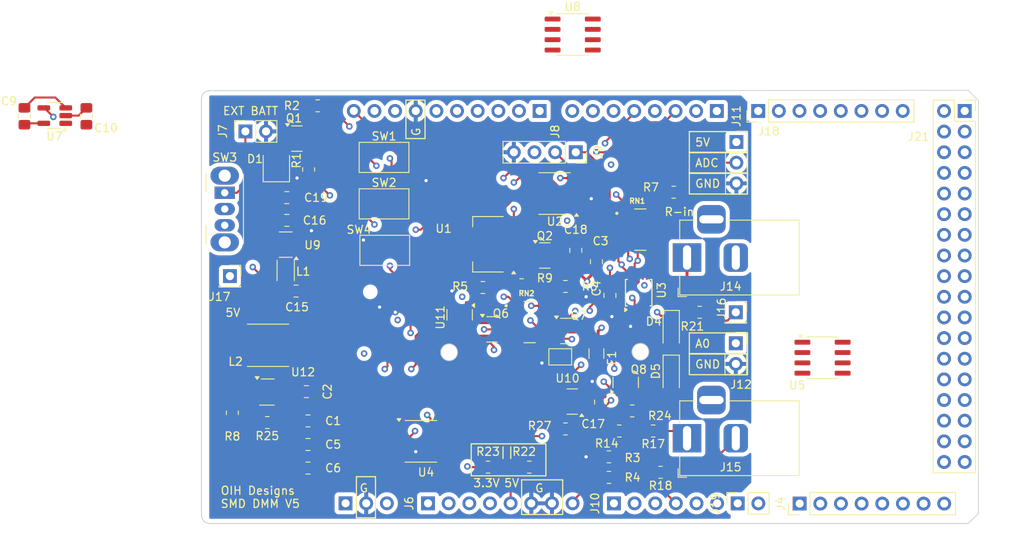
<source format=kicad_pcb>
(kicad_pcb (version 20241229) (generator "pcbnew") (generator_version "9.0")
  (layers (0 "F.Cu" signal) (4 "In1.Cu" signal) (6 "In2.Cu" signal) (2 "B.Cu" signal) (13 "F.Paste" user) (15 "B.Paste" user) (5 "F.SilkS" user "F.Silkscreen") (7 "B.SilkS" user "B.Silkscreen") (1 "F.Mask" user) (3 "B.Mask" user) (25 "Edge.Cuts" user))
  (net 0 "")
  (net 1 "GND")
  (net 2 "Resistor_Input")
  (net 3 "SDA")
  (net 4 "D6~")
  (net 5 "D7")
  (net 6 "+9V")
  (net 7 "SCL")
  (net 8 "V_Input_REF")
  (net 9 "V_Input_Float")
  (net 10 "ADS_ADDR")
  (net 11 "/R Circuit I Output")
  (net 12 "ADS_ALERT")
  (net 13 "A0{slash}D14")
  (net 14 "A2{slash}D16")
  (net 15 "D3~")
  (net 16 "VDD")
  (net 17 "I_Input")
  (net 18 "D10~")
  (net 19 "D9~")
  (net 20 "D5~ (IR)")
  (net 21 "A1{slash}D15")
  (net 32 "Net-(Q2-G)")
  (net 33 "Net-(U1-VO)")
  (net 36 "A3{slash}D17")
  (net 37 "Net-(D1-A)")
  (net 38 "Net-(F1-Pad1)")
  (net 39 "+BATT")
  (net 40 "CS")
  (net 41 "Net-(U7-C1-)")
  (net 42 "Net-(U7-C1+)")
  (net 43 "MISO")
  (net 44 "Net-(U9-SW)")
  (net 45 "XIAO 5V")
  (net 46 "XIAO Batt Pin")
  (net 47 "MOSI")
  (net 48 "CLK")
  (net 49 "SDA-5V")
  (net 50 "SCL-5V")
  (net 51 "/R into ADS")
  (net 52 "+VSW")
  (net 53 "/Uno5vPin")
  (net 54 "/Driver_U2_Out_B")
  (net 57 "/Driver_U4_Out_A")
  (net 58 "/Driver_U4_Out_B")
  (net 63 "+3V3")
  (net 64 "/ADC-1")
  (net 65 "/V Ref to ADS-0")
  (net 67 "Net-(U5A--)")
  (net 70 "/Driver_U4_In_B")
  (net 71 "Net-(Q1-B)")
  (net 72 "Net-(Q1-C)")
  (net 81 "Net-(J11-Pin_2)")
  (net 82 "Net-(U12-EN)")
  (net 83 "Net-(U12-SW)")
  (net 84 "Net-(Q8-D)")
  (net 85 "Net-(U12-FB)")
  (net 86 "A6")
  (net 87 "A7")
  (net 88 "CANRX")
  (net 89 "A10")
  (net 90 "A8")
  (net 91 "DAC0")
  (net 92 "A9")
  (net 93 "CANTX")
  (net 94 "DAC1")
  (net 95 "D14")
  (net 96 "D18")
  (net 97 "D16")
  (net 98 "D15")
  (net 99 "D17")
  (net 100 "SCL0")
  (net 101 "SDA0")
  (net 102 "D19")
  (footprint "Capacitor_SMD:C_0805_2012Metric_Pad1.18x1.45mm_HandSolder" (layer "F.Cu") (at 128.660305 73.49413 90)
    (property "Reference" "C4")
    (property "Value" "0.1uF")
  )
  (footprint "Capacitor_SMD:C_0805_2012Metric_Pad1.18x1.45mm_HandSolder" (layer "F.Cu") (at 91.514 91.829)
    (property "Reference" "C5")
    (property "Value" "1uF")
  )
  (footprint "Resistor_SMD:R_0805_2012Metric_Pad1.20x1.40mm_HandSolder" (layer "F.Cu") (at 128.54 95.88 180)
    (property "Reference" "R4")
    (property "Value" "100K")
  )
  (footprint "Inductor_SMD:L_Taiyo-Yuden_MD-5050" (layer "F.Cu") (at 86.614 79.629 180)
    (property "Reference" "L2")
    (property "Value" "22uH")
  )
  (footprint "Connector_PinSocket_2.54mm:PinSocket_1x01_P2.54mm_Vertical" (layer "F.Cu") (at 144.145 75.565)
    (property "Reference" "J16")
    (property "Value" "Conn_01x01_Socket")
  )
  (footprint "Connector_PinSocket_2.54mm:PinSocket_2x18_P2.54mm_Vertical" (layer "F.Cu") (at 172.301577 50.80003)
    (property "Reference" "J21")
    (property "Value" "Conn_02x18_Odd_Even")
  )
  (footprint "Resistor_SMD:R_0805_2012Metric_Pad1.20x1.40mm_HandSolder" (layer "F.Cu") (at 82.214 87.929 90)
    (property "Reference" "R8")
    (property "Value" "71.5k")
  )
  (footprint "Library:PinHeader_1x10_P2.54mm_Vertical_NoBox" (layer "F.Cu") (at 120.015 50.8 -90)
    (property "Reference" "J8")
    (property "Value" "DIGITAL2")
  )
  (footprint "Resistor_SMD:R_0805_2012Metric_Pad1.20x1.40mm_HandSolder" (layer "F.Cu") (at 123.19 89.916)
    (property "Reference" "R27")
    (property "Value" "4.7K")
  )
  (footprint "Package_TO_SOT_SMD:SOT-223-3_TabPin2" (layer "F.Cu") (at 113.69 67.19875 180)
    (property "Reference" "U1")
    (property "Value" "LM317_TO-220")
  )
  (footprint "Jumper:SolderJumper-2_P1.3mm_Bridged_Pad1.0x1.5mm" (layer "F.Cu") (at 122.55 81.05)
    (property "Reference" "JP6" (hide yes))
    (property "Value" "Jumper_2_Bridged")
  )
  (footprint "Package_SO:SOIC-8_3.9x4.9mm_P1.27mm" (layer "F.Cu") (at 154.813 81.153)
    (property "Reference" "U5")
    (property "Value" "Opamp_Dual")
  )
  (footprint "Capacitor_SMD:C_0805_2012Metric_Pad1.18x1.45mm_HandSolder" (layer "F.Cu") (at 88.9215 61.468)
    (property "Reference" "C19")
    (property "Value" "22uF")
  )
  (footprint "Resistor_SMD:R_0805_2012Metric_Pad1.20x1.40mm_HandSolder" (layer "F.Cu") (at 118.745 94.615 180)
    (property "Reference" "R22")
    (property "Value" "0")
  )
  (footprint "Connector_PinSocket_2.54mm:PinSocket_1x02_P2.54mm_Vertical" (layer "F.Cu") (at 144.377549 99.070425 90)
    (property "Reference" "J19")
    (property "Value" "Conn_01x02_Pin")
  )
  (footprint "Package_SO:TSSOP-10_3x3mm_P0.5mm" (layer "F.Cu") (at 132.200305 73.15913 90)
    (property "Reference" "U3")
    (property "Value" "ADS1115IDGS")
  )
  (footprint "Resistor_SMD:R_0805_2012Metric_Pad1.20x1.40mm_HandSolder" (layer "F.Cu") (at 134.89 95.25 180)
    (property "Reference" "R18")
    (property "Value" "499.0K")
  )
  (footprint "Library:PinHeader_1x06_P2.54mm_Vertical_NoBox" (layer "F.Cu") (at 129.151624 99.067665 90)
    (property "Reference" "J10")
    (property "Value" "ANALOG")
  )
  (footprint "Resistor_SMD:R_0805_2012Metric_Pad1.20x1.40mm_HandSolder" (layer "F.Cu") (at 129.81 90.17)
    (property "Reference" "R14")
    (property "Value" "15.0K")
  )
  (footprint "Package_TO_SOT_SMD:SOT-23" (layer "F.Cu") (at 124.0305 86.548 180)
    (property "Reference" "U10")
    (property "Value" "LM4040DBZ-2.5")
  )
  (footprint "Resistor_SMD:R_0805_2012Metric_Pad1.20x1.40mm_HandSolder" (layer "F.Cu") (at 86.514 89.129 180)
    (property "Reference" "R25")
    (property "Value" "732k")
  )
  (footprint "Resistor_SMD:R_0805_2012Metric_Pad1.20x1.40mm_HandSolder" (layer "F.Cu") (at 128.54 93.345)
    (property "Reference" "R3")
    (property "Value" "22K")
  )
  (footprint "Connector_PinSocket_2.54mm:PinSocket_1x03_P2.54mm_Vertical" (layer "F.Cu") (at 144.215 54.625)
    (property "Reference" "J11")
    (property "Value" "I_Input")
  )
  (footprint "Resistor_SMD:R_0805_2012Metric_Pad1.20x1.40mm_HandSolder" (layer "F.Cu") (at 113.03 72.51875)
    (property "Reference" "R5")
    (property "Value" "62.0")
  )
  (footprint "Resistor_SMD:R_0805_2012Metric_Pad1.20x1.40mm_HandSolder" (layer "F.Cu") (at 117.795 72.17875)
    (property "Reference" "R9")
    (property "Value" "22.0K")
  )
  (footprint "Button_Switch_SMD:SW_SPST_CK_RS282G05A3" (layer "F.Cu") (at 100.965 67.945 180)
    (property "Reference" "SW4")
    (property "Value" "SW_Push")
  )
  (footprint "Resistor_SMD:R_0805_2012Metric_Pad1.20x1.40mm_HandSolder" (layer "F.Cu") (at 91.6 58 -90)
    (property "Reference" "R1")
    (property "Value" "500")
  )
  (footprint "Library:RESCAXS127P508X320X70-8N" (layer "F.Cu") (at 118.782 76.77)
    (property "Reference" "RN2")
    (property "Value" "10k x4")
  )
  (footprint "Capacitor_SMD:C_0805_2012Metric_Pad1.18x1.45mm_HandSolder" (layer "F.Cu") (at 56.642 51.4565 -90)
    (property "Reference" "C9")
    (property "Value" "4.7uF")
  )
  (footprint "Resistor_SMD:R_0805_2012Metric_Pad1.20x1.40mm_HandSolder" (layer "F.Cu") (at 113.665 94.615 180)
    (property "Reference" "R23")
    (property "Value" "0")
  )
  (footprint "Button_Switch_SMD:SW_SPST_CK_RS282G05A3" (layer "F.Cu") (at 100.875 62.23)
    (property "Reference" "SW2")
    (property "Value" "SW_Push")
  )
  (footprint "Package_TO_SOT_SMD:SOT-23" (layer "F.Cu") (at 110.175 75.88 -90)
    (property "Reference" "U11")
    (property "Value" "LM4040DBZ-5")
  )
  (footprint "Button_Switch_SMD:SW_SPST_CK_RS282G05A3" (layer "F.Cu") (at 100.875 56.515)
    (property "Reference" "SW1")
    (property "Value" "SW_Push")
  )
  (footprint "Connector_PinSocket_2.54mm:PinSocket_1x02_P2.54mm_Vertical" (layer "F.Cu") (at 144.145 79.375)
    (property "Reference" "J12")
    (property "Value" "Conn_01x02_Pin")
  )
  (footprint "Resistor_SMD:R_0805_2012Metric_Pad1.20x1.40mm_HandSolder" (layer "F.Cu") (at 133.985 90.17 180)
    (property "Reference" "R17")
    (property "Value" "499.0K")
  )
  (footprint "Package_TO_SOT_SMD:SOT-23-5" (layer "F.Cu") (at 88.7785 67.244 180)
    (property "Reference" "U9")
    (property "Value" "TPS613222ADBV")
  )
  (footprint "Resistor_SMD:R_0805_2012Metric_Pad1.20x1.40mm_HandSolder" (layer "F.Cu") (at 136.5 60.8)
    (property "Reference" "R7")
    (property "Value" "0")
  )
  (footprint "Package_TO_SOT_SMD:SOT-23-5_HandSoldering" (layer "F.Cu") (at 60.372 51.374 180)
    (property "Reference" "U7")
    (property "Value" "MAX1683")
  )
  (footprint "Connector_PinHeader_2.54mm:PinHeader_1x08_P2.54mm_Vertical" (layer "F.Cu") (at 152 99.1 90)
    (property "Reference" "J4")
    (property "Value" "A_Extended")
  )
  (footprint "Connector_BarrelJack:BarrelJack_Horizontal" (layer "F.Cu") (at 138.145 91.06 180)
    (property "Reference" "J15")
    (property "Value" "Barrel_Jack")
  )
  (footprint "Connector_PinHeader_2.54mm:PinHeader_1x08_P2.54mm_Vertical" (layer "F.Cu") (at 146.9 50.8 90)
    (property "Reference" "J18")
    (property "Value" "DIOs_Extended")
  )
  (footprint "Capacitor_SMD:C_0805_2012Metric_Pad1.18x1.45mm_HandSolder" (layer "F.Cu") (at 91.514 88.929)
    (property "Reference" "C1")
    (property "Value" "1uF")
  )
  (footprint "Package_SO:SOIC-8_3.9x4.9mm_P1.27mm" (layer "F.Cu") (at 105.41 91.44)
    (property "Reference" "U4")
    (property "Value" "IX4426N")
  )
  (footprint "Connector_PinSocket_2.54mm:PinSocket_1x01_P2.54mm_Vertical" (layer "F.Cu") (at 81.915 71.12)
    (property "Reference" "J17")
    (property "Value" "Conn_01x01_Socket")
  )
  (footprint "Package_TO_SOT_SMD:SOT-23" (layer "F.Cu") (at 120.65 68.58)
    (property "Reference" "Q2")
    (property "Value" "AO3400A MOSFET")
  )
  (footprint "Diode_SMD:D_SOD-123" (layer "F.Cu") (at 136.2 77.7 -90)
    (property "Reference" "D4")
    (property "Value" "D_Schottky")
  )
  (footprint "Resistor_SMD:R_0805_2012Metric_Pad1.20x1.40mm_HandSolder" (layer "F.Cu") (at 123.19 72.39 180)
    (property "Reference" "R6")
    (property "Value" "330.0")
  )
  (footprint "Resistor_SMD:R_0805_2012Metric_Pad1.20x1.40mm_HandSolder" (layer "F.Cu") (at 131.4 87.7 180)
    (property "Reference" "R24")
    (property "Value" "1.0M")
  )
  (footprint "Capacitor_SMD:C_0805_2012Metric_Pad1.18x1.45mm_HandSolder" (layer "F.Cu") (at 64.262 51.4565 90)
    (property "Reference" "C10")
    (property "Value" "4.7uF")
  )
  (footprint "Package_TO_SOT_SMD:SOT-23" (layer "F.Cu") (at 114.1445 77.67)
    (property "Reference" "Q6")
    (property "Value" "BSS138")
  )
  (footprint "Resistor_SMD:R_0805_2012Metric_Pad1.20x1.40mm_HandSolder" (layer "F.Cu") (at 139.7 75.565)
    (property "Reference" "R21")
    (property "Value" "0")
  )
  (footprint "Package_TO_SOT_SMD:SOT-23" (layer "F.Cu") (at 90.1625 54.2)
    (property "Reference" "Q1")
    (property "Value" "MMBT3904" (hide yes))
  )
  (footprint "Library:PinHeader_1x08_P2.54mm_Vertical_NoBox" (layer "F.Cu") (at 106.287792 99.06511 90)
    (property "Reference" "J6")
    (property "Value" "POWER1")
  )
  (footprint "Fuse:Fuse_1206_3216Metric_Pad1.42x1.75mm_HandSolder" (layer "F.Cu") (at 127 80.645 -90)
    (property "Reference" "F1")
    (property "Value" "Fuse")
  )
  (footprint "Diode_SMD:D_SOD-123" (layer "F.Cu") (at 136.2 83.2 -90)
    (property "Reference" "D5")
    (property "Value" "D_Schottky")
  )
  (footprint "Capacitor_SMD:C_0805_2012Metric_Pad1.18x1.45mm_HandSolder" (layer "F.Cu") (at 91.514 94.729)
    (property "Reference" "C6")
    (property "Value" "1uF")
  )
  (footprint "Package_TO_SOT_SMD:SOT-23" (layer "F.Cu") (at 130.6 84.2 90)
    (property "Reference" "Q8")
    (property "Value" "AO3400A MOSFET")
  )
  (footprint "Capacitor_SMD:C_0805_2012Metric_Pad1.18x1.45mm_HandSolder" (layer "F.Cu") (at 124.46 67.945 90)
    (property "Reference" "C18")
    (property "Value" "1uF")
  )
  (footprint "Package_TO_SOT_SMD:SOT-23-6_Handsoldering" (layer "F.Cu") (at 86.464 85.379)
    (property "Reference" "U12")
    (property "Value" "TLV61046ADBVR")
  )
  (footprint "Library:PinHeader_1x08_P2.54mm_Vertical_NoBox" (layer "F.Cu") (at 141.809463 50.808987 -90)
    (property "Reference" "J13" (hide yes))
    (property "Value" "DIGITAL1")
  )
  (footprint "Connector_BarrelJack:BarrelJack_Horizontal" (layer "F.Cu") (at 138.145 68.835 180)
    (property "Reference" "J14")
    (property "Value" "Barrel_Jack")
  )
  (footprint "Capacitor_SMD:C_0805_2012Metric_Pad1.18x1.45mm_HandSolder" (layer "F.Cu") (at 127 69.342 90)
    (property "Reference" "C3")
    (property "Value" "2.2uF")
  )
  (footprint "Connector_PinSocket_2.54mm:PinSocket_1x02_P2.54mm_Vertical" (layer "F.Cu") (at 83.82 53.315 90)
    (property "Reference" "J7")
    (property "Value" "Conn_01x02_Pin")
  )
  (footprint "Resistor_SMD:R_0805_2012Metric_Pad1.20x1.40mm_HandSolder" (layer "F.Cu") (at 92.71 50.165 180)
    (property "Reference" "R2")
    (property "Value" "1K")
  )
  (footprint "Capacitor_SMD:C_0805_2012Metric_Pad1.18x1.45mm_HandSolder" (layer "F.Cu") (at 127.508 86.614 -90)
    (property "Reference" "C17")
    (property "Value" "0.1uF")
  )
  (footprint "Inductor_SMD:L_Murata_DFE201610P" (layer "F.Cu") (at 88.7785 70.419 90)
    (property "Reference" "L1")
    (property "Value" "2.2uH")
  )
  (footprint "Package_SO:SOIC-8_3.9x4.9mm_P1.27mm" (layer "F.Cu") (at 124.079 41.402)
    (property "Reference" "U8")
    (property "Value" "Opamp_Dual")
  )
  (footprint "Connector_PinSocket_2.54mm:PinSocket_1x04_P2.54mm_Vertical" (layer "F.Cu") (at 124.46 55.88 -90)
    (property "Reference" "J9")
    (property "Value" "Out to Screen")
  )
  (footprint "LED_SMD:LED_Luminus_MP-3030-1100_3.0x3.0mm" (layer "F.Cu") (at 87.63 57.89 90)
    (property "Reference" "D1")
    (property "Value" "LED")
  )
  (footprint "Package_TO_SOT_SMD:SOT-23" (layer "F.Cu") (at 123.2445 77.87)
    (property "Reference" "Q7")
    (property "Value" "BSS138")
  )
  (footprint "Capacitor_SMD:C_0805_2012Metric_Pad1.18x1.45mm_HandSolder" (layer "F.Cu") (at 90.0485 72.959)
    (property "Reference" "C15")
    (property "Value" "4.7uF")
  )
  (footprint "Button_Switch_THT:SW_Slide_SPDT_Angled_CK_OS102011MA1Q" (layer "F.Cu") (at 81.28 60.865 -90)
    (property "Reference" "SW3")
    (property "Value" "SW_SPDT")
  )
  (footprint "Capacitor_SMD:C_0805_2012Metric_Pad1.18x1.45mm_HandSolder" (layer "F.Cu") (at 91.314 85.329)
    (property "Reference" "C2")
    (property "Value" "4.7uF")
  )
  (footprint "Library:RESCAXS127P508X320X70-8N" (layer "F.Cu") (at 132.4 65.4)
    (property "Reference" "RN1")
    (property "Value" "1K x4")
  )
  (footprint "Library:PinHeader_1x03_P2.54mm_Vertical_NoBox" (layer "F.Cu") (at 96.143981 99.063151 90)
    (property "Reference" "J5" (hide yes))
    (property "Value" "POWER2")
  )
  (footprint "Package_SO:SOIC-8_3.9x4.9mm_P1.27mm" (layer "F.Cu") (at 121.855 60.96 180)
    (property "Reference" "U2")
    (property "Value" "IX4426N")
  )
  (footprint "Capacitor_SMD:C_0805_2012Metric_Pad1.18x1.45mm_HandSolder" (layer "F.Cu") (at 88.9215 64.262)
    (property "Reference" "C16")
    (property "Value" "22uF")
  )
  (gr_rect (start 138.43 78.105) (end 145.585 80.705) (stroke (width 0.15)) (fill no) (layer "F.SilkS"))
  (gr_rect (start 111.597402 91.752692) (end 120.786111 95.683458) (stroke (width 0.15)) (fill no) (layer "F.SilkS"))
  (gr_rect (start 103.567758 49.467044) (end 105.91855 54.201136) (stroke (width 0.15)) (fill no) (layer "F.SilkS"))
  (gr_rect (start 138.43 80.645) (end 145.585 83.245) (stroke (width 0.15)) (fill no) (layer "F.SilkS"))
  (gr_rect (start 117.800432 96.176612) (end 122.849754 100.44112) (stroke (width 0.15)) (fill no) (layer "F.SilkS"))
  (gr_rect (start 97.477467 95.788603) (end 99.825034 100.86181) (stroke (width 0.15)) (fill no) (layer "F.SilkS"))
  (gr_rect (start 138.43 53.34) (end 145.585 55.94) (stroke (width 0.15)) (fill no) (layer "F.SilkS"))
  (gr_rect (start 138.43 55.88) (end 145.585 58.48) (stroke (width 0.15)) (fill no) (layer "F.SilkS"))
  (gr_rect (start 138.43 58.42) (end 145.585 61.02) (stroke (width 0.15)) (fill no) (layer "F.SilkS"))
  (gr_line (start 172.72 48.26) (end 173.99 49.53) (stroke (width 0.1)) (layer "Edge.Cuts"))
  (gr_line (start 79.155572 48.342318) (end 79.409482 48.3) (stroke (width 0.12)) (layer "Edge.Cuts"))
  (gr_line (start 78.711229 48.596228) (end 78.922821 48.448114) (stroke (width 0.12)) (layer "Edge.Cuts"))
  (gr_line (start 78.922821 101.423045) (end 78.711229 101.253771) (stroke (width 0.12)) (layer "Edge.Cuts"))
  (gr_line (start 172.72 101.55) (end 173.99 100.33) (stroke (width 0.1)) (layer "Edge.Cuts"))
  (gr_line (start 79.409482 48.3) (end 142.24 48.3) (stroke (width 0.12)) (layer "Edge.Cuts"))
  (gr_line (start 79.155572 101.507681) (end 78.922821 101.423045) (stroke (width 0.12)) (layer "Edge.Cuts"))
  (gr_line (start 78.415 49.315641) (end 78.457318 49.040571) (stroke (width 0.12)) (layer "Edge.Cuts"))
  (gr_line (start 173.99 49.53) (end 173.99 100.33) (stroke (width 0.1)) (layer "Edge.Cuts"))
  (gr_line (start 78.457318 100.809428) (end 78.415 100.555518) (stroke (width 0.12)) (layer "Edge.Cuts"))
  (gr_line (start 78.711229 101.253771) (end 78.541955 101.042179) (stroke (width 0.12)) (layer "Edge.Cuts"))
  (gr_line (start 79.409482 101.55) (end 79.155572 101.507681) (stroke (width 0.12)) (layer "Edge.Cuts"))
  (gr_circle (center 108.880463 80.491437) (end 109.866264 80.21633) (stroke (width 0.1)) (fill no) (layer "Edge.Cuts"))
  (gr_line (start 78.415 100.555518) (end 78.415 49.315641) (stroke (width 0.12)) (layer "Edge.Cuts"))
  (gr_circle (center 132.410332 80.422661) (end 133.396133 80.147554) (stroke (width 0.1)) (fill no) (layer "Edge.Cuts"))
  (gr_line (start 172.72 101.55) (end 79.409482 101.55) (stroke (width 0.12)) (layer "Edge.Cuts"))
  (gr_line (start 78.541955 48.80782) (end 78.711229 48.596228) (stroke (width 0.12)) (layer "Edge.Cuts"))
  (gr_line (start 78.541955 101.042179) (end 78.457318 100.809428) (stroke (width 0.12)) (layer "Edge.Cuts"))
  (gr_line (start 78.922821 48.448114) (end 79.155572 48.342318) (stroke (width 0.12)) (layer "Edge.Cuts"))
  (gr_line (start 78.457318 49.040571) (end 78.541955 48.80782) (stroke (width 0.12)) (layer "Edge.Cuts"))
  (gr_line (start 142.24 48.3) (end 172.72 48.26) (stroke (width 0.1)) (layer "Edge.Cuts"))
  (gr_text "ADC" (at 139.065 57.785 0) (layer "F.SilkS") (effects (font (size 1 1)) (justify left bottom)))
  (gr_text "G" (at 97.79 97.79 0) (layer "F.SilkS") (effects (font (size 1 1)) (justify left bottom)))
  (gr_text "5V" (at 81.28 76.2 0) (layer "F.SilkS") (effects (font (size 1 1)) (justify left bottom)))
  (gr_text "||" (at 114.935 93.345 0) (layer "F.SilkS") (effects (font (size 1 1)) (justify left bottom)))
  (gr_text "G" (at 105.41 53.975 90) (layer "F.SilkS") (effects (font (size 1 1)) (justify left bottom)))
  (gr_text "R-in" (at 135.3 63.8 0) (layer "F.SilkS") (effects (font (size 1 1)) (justify left bottom)))
  (gr_text "5V" (at 139.065 55.245 0) (layer "F.SilkS") (effects (font (size 1 1)) (justify left bottom)))
  (gr_text "GND" (at 139.065 82.55 0) (layer "F.SilkS") (effects (font (size 1 1)) (justify left bottom)))
  (gr_text "G" (at 119.38 97.79 0) (layer "F.SilkS") (effects (font (size 1 1)) (justify left bottom)))
  (gr_text "A0" (at 139.065 80.01 0) (layer "F.SilkS") (effects (font (size 1 1)) (justify left bottom)))
  (gr_text "3.3V" (at 111.76 97.155 0) (layer "F.SilkS") (effects (font (size 1 1)) (justify left bottom)))
  (gr_text "EXT BATT" (at 84.455 50.8 0) (layer "F.SilkS") (effects (font (size 1 1))))
  (gr_text "GND" (at 139.065 60.325 0) (layer "F.SilkS") (effects (font (size 1 1)) (justify left bottom)))
  (gr_text "5V" (at 115.57 97.155 0) (layer "F.SilkS") (effects (font (size 1 1)) (justify left bottom)))
  (gr_text "OIH Designs\nSMD DMM V5" (at 80.7 99.7 0) (layer "F.SilkS") (effects (font (size 1 1)) (justify left bottom)))
  (segment (start 104.775 58.36) (end 105.785 59.37) (width 0.25) (layer "F.Cu") (net 1))
  (segment (start 87.63 58.465) (end 89.58 58.465) (width 0.25) (layer "F.Cu") (net 1))
  (segment (start 128.542434 75.742434) (end 128.542434 74.649501) (width 0.25) (layer "F.Cu") (net 1))
  (segment (start 100.711 74.549) (end 100.33 74.93) (width 0.25) (layer "F.Cu") (net 1))
  (segment (start 102.260346 75.561126) (end 102.339 75.482472) (width 0.25) (layer "F.Cu") (net 1))
  (segment (start 125.73 73.66) (end 125.46 73.66) (width 0.25) (layer "F.Cu") (net 1))
  (segment (start 127.508 85.09) (end 126.492 84.074) (width 0.25) (layer "F.Cu") (net 1))
  (segment (start 102.339 74.93) (end 103.251 74.018) (width 0.25) (layer "F.Cu") (net 1))
  (segment (start 125.46 73.66) (end 124.19 72.39) (width 0.25) (layer "F.Cu") (net 1))
  (segment (start 124.018 86.548) (end 124.968 85.598) (width 0.25) (layer "F.Cu") (net 1))
  (segment (start 89.58 58.465) (end 90.17 59.055) (width 0.25) (layer "F.Cu") (net 1))
  (segment (start 132.200305 76.299695) (end 131.2 77.3) (width 0.25) (layer "F.Cu") (net 1))
  (segment (start 102.339 75.482472) (end 102.339 74.93) (width 0.25) (layer "F.Cu") (net 1))
  (segment (start 104.14 92.075) (end 102.935 92.075) (width 0.25) (layer "F.Cu") (net 1))
  (segment (start 104.775 92.71) (end 104.14 92.075) (width 0.25) (layer "F.Cu") (net 1))
  (segment (start 123.093 86.548) (end 124.018 86.548) (width 0.25) (layer "F.Cu") (net 1))
  (segment (start 126.365 61.385001) (end 126.365 61.595) (width 0.25) (layer "F.Cu") (net 1))
  (segment (start 109.225 73.02) (end 109.225 72.935) (width 0.25) (layer "F.Cu") (net 1))
  (segment (start 106.045 60.96) (end 106.045 59.37) (width 0.25) (layer "F.Cu") (net 1))
  (segment (start 109.225 73.03) (end 109.22 73.025) (width 0.25) (layer "F.Cu") (net 1))
  (segment (start 127 68.3045) (end 125.857 68.3045) (width 0.25) (layer "F.Cu") (net 1))
  (segment (start 109.225 74.9425) (end 109.225 73.03) (width 0.25) (layer "F.Cu") (net 1))
  (segment (start 127.508 85.5765) (end 127.508 85.09) (width 0.25) (layer "F.Cu") (net 1))
  (segment (start 110.175 76.8175) (end 110.175 75.8925) (width 0.25) (layer "F.Cu") (net 1))
  (segment (start 126.365 65.0025) (end 124.46 66.9075) (width 0.25) (layer "F.Cu") (net 1))
  (segment (start 104.775 62.23) (end 106.045 60.96) (width 0.25) (layer "F.Cu") (net 1))
  (segment (start 104.775 57.15) (end 104.775 58.36) (width 0.25) (layer "F.Cu") (net 1))
  (segment (start 132.200305 75.30913) (end 132.200305 76.299695) (width 0.25) (layer "F.Cu") (net 1))
  (segment (start 106.045 59.37) (end 105.785 59.37) (width 0.25) (layer "F.Cu") (net 1))
  (segment (start 127 83.566) (end 127 82.1325) (width 0.25) (layer "F.Cu") (net 1))
  (segment (start 100.711 73.848) (end 100.711 74.549) (width 0.25) (layer "F.Cu") (net 1))
  (segment (start 121.05 81.05) (end 120.2905 81.8095) (width 0.25) (layer "F.Cu") (net 1))
  (segment (start 124.33 60.325) (end 125.304999 60.325) (width 0.25) (layer "F.Cu") (net 1))
  (segment (start 110.175 75.8925) (end 109.225 74.9425) (width 0.25) (layer "F.Cu") (net 1))
  (segment (start 125.857 68.3045) (end 124.46 66.9075) (width 0.25) (layer "F.Cu") (net 1))
  (segment (start 109.22 73.025) (end 109.225 73.02) (width 0.25) (layer "F.Cu") (net 1))
  (segment (start 126.492 84.074) (end 124.968 85.598) (width 0.25) (layer "F.Cu") (net 1))
  (segment (start 126.365 61.595) (end 126.365 65.0025) (width 0.25) (layer "F.Cu") (net 1))
  (segment (start 121.9 81.05) (end 121.05 81.05) (width 0.25) (layer "F.Cu") (net 1))
  (segment (start 125.73 93.345) (end 127.54 93.345) (width 0.25) (layer "F.Cu") (net 1))
  (segment (start 136.2 84.85) (end 139.135 81.915) (width 0.25) (layer "F.Cu") (net 1))
  (segment (start 98.335 66.675) (end 97.065 67.945) (width 0.25) (layer "F.Cu") (net 1))
  (segment (start 128.9 76.1) (end 128.542434 75.742434) (width 0.25) (layer "F.Cu") (net 1))
  (segment (start 126.492 84.074) (end 127 83.566) (width 0.25) (layer "F.Cu") (net 1))
  (segment (start 125.304999 60.325) (end 126.365 61.385001) (width 0.25) (layer "F.Cu") (net 1))
  (segment (start 139.135 81.915) (end 144.145 81.915) (width 0.25) (layer "F.Cu") (net 1))
  (via (at 106.045 59.37) (size 0.8) (drill 0.4) (layers "F.Cu" "B.Cu") (net 1))
  (via (at 126.365 61.595) (size 0.8) (drill 0.4) (layers "F.Cu" "B.Cu") (net 1))
  (via (at 125.73 93.345) (size 0.8) (drill 0.4) (layers "F.Cu" "B.Cu") (net 1))
  (via (at 91.948 65.532) (size 0.8) (drill 0.4) (layers "F.Cu" "B.Cu") (net 1))
  (via (at 100.33 74.93) (size 0.8) (drill 0.4) (layers "F.Cu" "B.Cu") (net 1))
  (via (at 90.17 59.055) (size 0.8) (drill 0.4) (layers "F.Cu" "B.Cu") (net 1))
  (via (at 102.260346 75.561126) (size 0.8) (drill 0.4) (layers "F.Cu" "B.Cu") (net 1))
  (via (at 120.2905 81.8095) (size 0.8) (drill 0.4) (layers "F.Cu" "B.Cu") (net 1))
  (via (at 125.73 73.66) (size 0.8) (drill 0.4) (layers "F.Cu" "B.Cu") (net 1))
  (via (at 126.492 84.074) (size 0.8) (drill 0.4) (layers "F.Cu" "B.Cu") (net 1))
  (via (at 98.335 66.675) (size 0.8) (drill 0.4) (layers "F.Cu" "B.Cu") (net 1))
  (via (at 131.2 77.3) (size 0.8) (drill 0.4) (layers "F.Cu" "B.Cu") (net 1))
  (via (at 104.775 92.71) (size 0.8) (drill 0.4) (layers "F.Cu" "B.Cu") (net 1))
  (via (at 109.225 72.935) (size 0.8) (drill 0.4) (layers "F.Cu" "B.Cu") (net 1))
  (via (at 128.9 76.1) (size 0.8) (drill 0.4) (layers "F.Cu" "B.Cu") (net 1))
  (segment (start 118.795 70.4475) (end 118.795 72.17875) (width 0.35) (layer "F.Cu") (net 2))
  (segment (start 124.594875 70.492875) (end 120.675375 70.492875) (width 0.35) (layer "F.Cu") (net 2))
  (segment (start 138.145 73.01) (end 138.145 68.835) (width 0.35) (layer "F.Cu") (net 2))
  (segment (start 125.857 71.755) (end 124.594875 70.492875) (width 0.35) (layer "F.Cu") (net 2))
  (segment (start 125.857 71.5225) (end 127 70.3795) (width 0.35) (layer "F.Cu") (net 2))
  (segment (start 140.7 75.565) (end 138.145 73.01) (width 0.35) (layer "F.Cu") (net 2))
  (segment (start 120.675375 70.492875) (end 119.7125 69.53) (width 0.35) (layer "F.Cu") (net 2))
  (segment (start 119.7125 69.53) (end 118.795 70.4475) (width 0.35) (layer "F.Cu") (net 2))
  (segment (start 125.857 71.755) (end 125.857 71.5225) (width 0.35) (layer "F.Cu") (net 2))
  (via (at 125.857 71.755) (size 0.8) (drill 0.4) (layers "F.Cu" "B.Cu") (net 2))
  (segment (start 101.8 68.170229) (end 101.8 56.842) (width 0.25) (layer "F.Cu") (net 3))
  (segment (start 120.282 77.43) (end 119.742 77.43) (width 0.25) (layer "F.Cu") (net 3))
  (segment (start 104.14 75.397996) (end 104.751 74.786996) (width 0.25) (layer "F.Cu") (net 3))
  (segment (start 104.751 71.121229) (end 101.8 68.170229) (width 0.25) (layer "F.Cu") (net 3))
  (segment (start 122.307 78.82) (end 123.932 78.82) (width 0.25) (layer "F.Cu") (net 3))
  (segment (start 104.14 78.105) (end 104.14 75.397996) (width 0.25) (layer "F.Cu") (net 3))
  (segment (start 104.751 74.786996) (end 104.751 71.121229) (width 0.25) (layer "F.Cu") (net 3))
  (segment (start 119.742 77.43) (end 118.882 76.57) (width 0.25) (layer "F.Cu") (net 3))
  (segment (start 101.8 56.842) (end 101.6 56.642) (width 0.25) (layer "F.Cu") (net 3))
  (via (at 104.14 78.105) (size 0.8) (drill 0.4) (layers "F.Cu" "B.Cu") (net 3))
  (via (at 101.6 56.642) (size 0.8) (drill 0.4) (layers "F.Cu" "B.Cu") (net 3))
  (via (at 118.882 76.57) (size 0.8) (drill 0.4) (layers "F.Cu" "B.Cu") (net 3))
  (via (at 123.982 78.87) (size 0.8) (drill 0.4) (layers "F.Cu" "B.Cu") (net 3))
  (segment (start 94.07 50.165) (end 96.61 52.705) (width 0.25) (layer "F.Cu") (net 4))
  (via (at 96.61 52.705) (size 0.8) (drill 0.4) (layers "F.Cu" "B.Cu") (net 4))
  (segment (start 115.57 59.055) (end 116.525 58.1) (width 0.25) (layer "F.Cu") (net 5))
  (segment (start 116.525 58.1) (end 120.33 58.1) (width 0.25) (layer "F.Cu") (net 5))
  (segment (start 120.33 58.1) (end 123.825 61.595) (width 0.25) (layer "F.Cu") (net 5))
  (via (at 115.57 59.055) (size 0.8) (drill 0.4) (layers "F.Cu" "B.Cu") (net 5))
  (segment (start 100.965 82.55) (end 101.3 82.215) (width 0.25) (layer "F.Cu") (net 6))
  (segment (start 102.296 72.904) (end 102 73.2) (width 0.25) (layer "F.Cu") (net 6))
  (segment (start 107.95 62.865) (end 105.41 65.405) (width 0.25) (layer "F.Cu") (net 6))
  (segment (start 102 74.034346) (end 102 73.2) (width 0.25) (layer "F.Cu") (net 6))
  (segment (start 118.11 60.325) (end 115.57 62.865) (width 0.25) (layer "F.Cu") (net 6))
  (segment (start 106.178914 88.2) (end 106.584 88.605086) (width 0.25) (layer "F.Cu") (net 6))
  (segment (start 119.38 60.325) (end 118.11 60.325) (width 0.25) (layer "F.Cu") (net 6))
  (segment (start 106.910001 92.075) (end 107.885 92.075) (width 0.25) (layer "F.Cu") (net 6))
  (segment (start 61.722 51.374) (end 63.307 51.374) (width 0.25) (layer "F.Cu") (net 6))
  (segment (start 103.251 71.943) (end 101.6 70.292) (width 0.25) (layer "F.Cu") (net 6))
  (segment (start 105.41 65.405) (end 104.775 65.405) (width 0.25) (layer "F.Cu") (net 6))
  (segment (start 63.307 51.374) (end 64.262 50.419) (width 0.25) (layer "F.Cu") (net 6))
  (segment (start 101.3 82.215) (end 101.3 74.734346) (width 0.25) (layer "F.Cu") (net 6))
  (segment (start 106.584 88.605086) (end 106.584 91.748999) (width 0.25) (layer "F.Cu") (net 6))
  (segment (start 106.584 91.748999) (end 106.910001 92.075) (width 0.25) (layer "F.Cu") (net 6))
  (segment (start 101.6 70.292) (end 101.6 69.85) (width 0.25) (layer "F.Cu") (net 6))
  (segment (start 101.3 74.734346) (end 102 74.034346) (width 0.25) (layer "F.Cu") (net 6))
  (segment (start 102.296 72.898) (end 102.296 72.904) (width 0.25) (layer "F.Cu") (net 6))
  (segment (start 115.57 62.865) (end 107.95 62.865) (width 0.25) (layer "F.Cu") (net 6))
  (via (at 101.6 69.85) (size 0.8) (drill 0.4) (layers "F.Cu" "B.Cu") (net 6))
  (via (at 106.178914 88.2) (size 0.8) (drill 0.4) (layers "F.Cu" "B.Cu") (net 6))
  (via (at 104.775 65.405) (size 0.8) (drill 0.4) (layers "F.Cu" "B.Cu") (net 6))
  (via (at 100.965 82.55) (size 0.8) (drill 0.4) (layers "F.Cu" "B.Cu") (net 6))
  (segment (start 113.207 78.62) (end 117.132 78.62) (width 0.25) (layer "F.Cu") (net 7))
  (segment (start 105.201 78.069305) (end 105.201 70.934833) (width 0.25) (layer "F.Cu") (net 7))
  (segment (start 104.23 82.55) (end 104.775 82.005) (width 0.25) (layer "F.Cu") (net 7))
  (segment (start 104.775 82.005) (end 104.775 78.495305) (width 0.25) (layer "F.Cu") (net 7))
  (segment (start 102.6 68.333833) (end 102.6 56.245) (width 0.25) (layer "F.Cu") (net 7))
  (segment (start 114.4 79.813) (end 113.207 78.62) (width 0.25) (layer "F.Cu") (net 7))
  (segment (start 104.775 78.495305) (end 105.201 78.069305) (width 0.25) (layer "F.Cu") (net 7))
  (segment (start 105.201 70.934833) (end 102.6 68.333833) (width 0.25) (layer "F.Cu") (net 7))
  (segment (start 114.4 80.2) (end 114.4 79.813) (width 0.25) (layer "F.Cu") (net 7))
  (segment (start 102.6 56.245) (end 97.155 50.8) (width 0.25) (layer "F.Cu") (net 7))
  (via (at 104.23 82.55) (size 0.8) (drill 0.4) (layers "F.Cu" "B.Cu") (net 7))
  (via (at 114.4 80.2) (size 0.8) (drill 0.4) (layers "F.Cu" "B.Cu") (net 7))
  (segment (start 139.955 95.25) (end 144.145 91.06) (width 0.25) (layer "F.Cu") (net 8))
  (segment (start 135.89 95.25) (end 139.955 95.25) (width 0.25) (layer "F.Cu") (net 8))
  (segment (start 134.985 90.17) (end 137.255 90.17) (width 0.25) (layer "F.Cu") (net 9))
  (segment (start 131.200305 75.30913) (end 129.54 76.969435) (width 0.25) (layer "F.Cu") (net 10))
  (segment (start 129.54 76.969435) (end 129.54 78.76) (width 0.25) (layer "F.Cu") (net 10))
  (segment (start 129.54 78.76) (end 127.6 80.7) (width 0.25) (layer "F.Cu") (net 10))
  (segment (start 127.6 80.7) (end 123.55 80.7) (width 0.25) (layer "F.Cu") (net 10))
  (segment (start 111.60625 74.9425) (end 111.125 74.9425) (width 0.35) (layer "F.Cu") (net 11))
  (segment (start 117.87 73.25375) (end 116.795 72.17875) (width 0.35) (layer "F.Cu") (net 11))
  (segment (start 121.5875 68.58) (end 124.0575 68.58) (width 0.25) (layer "F.Cu") (net 11))
  (segment (start 121.32625 73.25375) (end 117.87 73.25375) (width 0.35) (layer "F.Cu") (net 11))
  (segment (start 116.795 72.17875) (end 116.795 69.54375) (width 0.35) (layer "F.Cu") (net 11))
  (segment (start 121.5875 68.58) (end 117.75875 68.58) (width 0.25) (layer "F.Cu") (net 11))
  (segment (start 122.19 72.39) (end 121.32625 73.25375) (width 0.35) (layer "F.Cu") (net 11))
  (segment (start 117.75875 68.58) (end 116.84 69.49875) (width 0.25) (layer "F.Cu") (net 11))
  (segment (start 116.795 72.17875) (end 114.37 72.17875) (width 0.35) (layer "F.Cu") (net 11))
  (segment (start 114.03 72.51875) (end 111.60625 74.9425) (width 0.35) (layer "F.Cu") (net 11))
  (segment (start 131.700305 74.100305) (end 131.700305 75.30913) (width 0.25) (layer "F.Cu") (net 12))
  (segment (start 130.9 68.8) (end 130.9 67.4) (width 0.25) (layer "F.Cu") (net 12))
  (segment (start 131.4 73.8) (end 131.700305 74.100305) (width 0.25) (layer "F.Cu") (net 12))
  (segment (start 131.1 69) (end 130.9 68.8) (width 0.25) (layer "F.Cu") (net 12))
  (via (at 132.9 72.25) (size 0.8) (drill 0.4) (layers "F.Cu" "B.Cu") (net 12))
  (via (at 131.1 69) (size 0.8) (drill 0.4) (layers "F.Cu" "B.Cu") (net 12))
  (via (at 131.4 73.8) (size 0.8) (drill 0.4) (layers "F.Cu" "B.Cu") (net 12))
  (segment (start 98.91 56.515) (end 99.9375 57.5425) (width 0.25) (layer "F.Cu") (net 15))
  (segment (start 96.975 56.515) (end 98.91 56.515) (width 0.25) (layer "F.Cu") (net 15))
  (via (at 99.9375 57.5425) (size 0.8) (drill 0.4) (layers "F.Cu" "B.Cu") (net 15))
  (segment (start 121.92 92.218) (end 121.92 85.217) (width 0.25) (layer "F.Cu") (net 16))
  (segment (start 130.6 62.25) (end 129.425 61.075) (width 0.25) (layer "F.Cu") (net 16))
  (segment (start 119.745 94.393) (end 121.92 92.218) (width 0.25) (layer "F.Cu") (net 16))
  (segment (start 133.9 66.06) (end 133.9 64.8) (width 0.25) (layer "F.Cu") (net 16))
  (segment (start 128.660305 72.45663) (end 131.577805 72.45663) (width 0.25) (layer "F.Cu") (net 16))
  (segment (start 133.9 64.8) (end 131.35 62.25) (width 0.25) (layer "F.Cu") (net 16))
  (segment (start 60.194097 51.532313) (end 59.085784 50.424) (width 0.25) (layer "F.Cu") (net 16))
  (segment (start 121.92 85.217) (end 125.1185 82.0185) (width 0.25) (layer "F.Cu") (net 16))
  (segment (start 128.660305 71.96724) (end 128.905 72.211935) (width 0.25) (layer "F.Cu") (net 16))
  (segment (start 126.1745 75.3745) (end 126.1745 74.942435) (width 0.25) (layer "F.Cu") (net 16))
  (segment (start 134.916481 76) (end 134.463749 75.547268) (width 0.25) (layer "F.Cu") (net 16))
  (segment (start 94.21 61.19) (end 92.02 59) (width 0.25) (layer "F.Cu") (net 16))
  (segment (start 126.1745 74.942435) (end 128.660305 72.45663) (width 0.25) (layer "F.Cu") (net 16))
  (segment (start 136 76) (end 134.916481 76) (width 0.25) (layer "F.Cu") (net 16))
  (segment (start 131.35 62.25) (end 130.6 62.25) (width 0.25) (layer "F.Cu") (net 16))
  (segment (start 88.646 59.944) (end 87.741 60.849) (width 0.25) (layer "F.Cu") (net 16))
  (segment (start 90.656 59.944) (end 91.6 59) (width 0.25) (layer "F.Cu") (net 16))
  (segment (start 116.172 73.66) (end 117.282 74.77) (width 0.25) (layer "F.Cu") (net 16))
  (segment (start 133.9 66.06) (end 133.9 67.4) (width 0.25) (layer "F.Cu") (net 16))
  (segment (start 132.200305 71.83413) (end 131.577805 72.45663) (width 0.25) (layer "F.Cu") (net 16))
  (segment (start 117.282 74.77) (end 117.282 76.11) (width 0.25) (layer "F.Cu") (net 16))
  (segment (start 128.660305 70.1) (end 128.660305 71.96724) (width 0.25) (layer "F.Cu") (net 16))
  (segment (start 90.656 59.944) (end 88.646 59.944) (width 0.25) (layer "F.Cu") (net 16))
  (segment (start 115.6 73.66) (end 116.172 73.66) (width 0.25) (layer "F.Cu") (net 16))
  (segment (start 87.741 60.849) (end 87.741 64.069) (width 0.25) (layer "F.Cu") (net 16))
  (segment (start 132.200305 71.00913) (end 132.200305 71.83413) (width 0.25) (layer "F.Cu") (net 16))
  (via (at 125.1185 82.0185) (size 0.8) (drill 0.4) (layers "F.Cu" "B.Cu") (net 16))
  (via (at 134.463749 75.547268) (size 0.8) (drill 0.4) (layers "F.Cu" "B.Cu") (net 16))
  (via (at 115.6 73.66) (size 0.8) (drill 0.4) (layers "F.Cu" "B.Cu") (net 16))
  (via (at 128.660305 70.1) (size 0.8) (drill 0.4) (layers "F.Cu" "B.Cu") (net 16))
  (via (at 126.1745 75.3745) (size 0.8) (drill 0.4) (layers "F.Cu" "B.Cu") (net 16))
  (via (at 94.21 61.19) (size 0.8) (drill 0.4) (layers "F.Cu" "B.Cu") (net 16))
  (via (at 129.425 61.075) (size 0.8) (drill 0.4) (layers "F.Cu" "B.Cu") (net 16))
  (via (at 110.49 73.66) (size 0.8) (drill 0.4) (layers "F.Cu" "B.Cu") (net 16))
  (via (at 60.194097 51.532313) (size 0.8) (drill 0.4) (layers "F.Cu" "B.Cu") (net 16))
  (segment (start 135.5 67.384434) (end 135.5 60.8) (width 0.25) (layer "F.Cu") (net 17))
  (segment (start 132.700305 70.184129) (end 135.5 67.384434) (width 0.25) (layer "F.Cu") (net 17))
  (segment (start 132.700305 71.00913) (end 132.700305 70.184129) (width 0.25) (layer "F.Cu") (net 17))
  (segment (start 128.059225 54.78) (end 128.059225 54.640775) (width 0.25) (layer "F.Cu") (net 18))
  (segment (start 97.155 62.23) (end 99.695 64.77) (width 0.25) (layer "F.Cu") (net 18))
  (segment (start 128.059225 54.640775) (end 131.649463 51.050537) (width 0.25) (layer "F.Cu") (net 18))
  (via (at 99.695 64.77) (size 0.8) (drill 0.4) (layers "F.Cu" "B.Cu") (net 18))
  (via (at 128.059225 54.78) (size 0.8) (drill 0.4) (layers "F.Cu" "B.Cu") (net 18))
  (segment (start 135.33845 52.2) (end 136.729463 50.808987) (width 0.25) (layer "F.Cu") (net 19))
  (segment (start 128.27 55.88) (end 131.95 52.2) (width 0.25) (layer "F.Cu") (net 19))
  (segment (start 131.95 52.2) (end 135.33845 52.2) (width 0.25) (layer "F.Cu") (net 19))
  (segment (start 127 55.88) (end 128.27 55.88) (width 0.25) (layer "F.Cu") (net 19))
  (segment (start 124.33 59.055) (end 122.555 59.055) (width 0.25) (layer "F.Cu") (net 19))
  (via (at 122.555 59.055) (size 0.8) (drill 0.4) (layers "F.Cu" "B.Cu") (net 19))
  (via (at 127 55.88) (size 0.8) (drill 0.4) (layers "F.Cu" "B.Cu") (net 19))
  (segment (start 102.935 90.805) (end 104.14 90.805) (width 0.25) (layer "F.Cu") (net 20))
  (segment (start 104.775 90.17) (end 104.685 90.17) (width 0.25) (layer "F.Cu") (net 20))
  (segment (start 104.14 90.805) (end 104.775 90.17) (width 0.25) (layer "F.Cu") (net 20))
  (via (at 104.685 90.17) (size 0.8) (drill 0.4) (layers "F.Cu" "B.Cu") (net 20))
  (via (at 123.4 64.3) (size 0.8) (drill 0.4) (layers "F.Cu" "B.Cu") (net 20))
  (via (at 102.5525 76.5175) (size 0.8) (drill 0.4) (layers "F.Cu" "B.Cu") (net 20))
  (via (at 128.8 57.4) (size 0.8) (drill 0.4) (layers "F.Cu" "B.Cu") (net 20))
  (segment (start 120.681 66.6615) (end 119.7125 67.63) (width 0.25) (layer "F.Cu") (net 32))
  (segment (start 120.681 62.513678) (end 120.681 66.6615) (width 0.25) (layer "F.Cu") (net 32))
  (segment (start 119.762322 61.595) (end 120.681 62.513678) (width 0.25) (layer "F.Cu") (net 32))
  (segment (start 110.54 67.19875) (end 116.84 67.19875) (width 0.25) (layer "F.Cu") (net 33))
  (segment (start 112.03 72.00875) (end 116.84 67.19875) (width 0.25) (layer "F.Cu") (net 33))
  (segment (start 131.043959 95.88) (end 132.445959 97.282) (width 0.25) (layer "F.Cu") (net 36))
  (segment (start 132.445959 97.282) (end 134.985959 97.282) (width 0.25) (layer "F.Cu") (net 36))
  (segment (start 129.54 93.345) (end 129.54 95.88) (width 0.25) (layer "F.Cu") (net 36))
  (segment (start 134.985959 97.282) (end 136.771624 99.067665) (width 0.25) (layer "F.Cu") (net 36))
  (segment (start 129.54 95.88) (end 131.043959 95.88) (width 0.25) (layer "F.Cu") (net 36))
  (segment (start 87.63 56.388) (end 87.63 56.815) (width 0.25) (layer "F.Cu") (net 37))
  (segment (start 88.773 55.245) (end 87.63 56.388) (width 0.25) (layer "F.Cu") (net 37))
  (segment (start 127.635 77.47) (end 127.2175 77.8875) (width 0.35) (layer "F.Cu") (net 38))
  (segment (start 127.2175 77.8875) (end 127.2175 79.375) (width 0.35) (layer "F.Cu") (net 38))
  (via (at 127.635 77.47) (size 0.8) (drill 0.4) (layers "F.Cu" "B.Cu") (net 38))
  (segment (start 111.215 94.615) (end 112.665 94.615) (width 0.25) (layer "F.Cu") (net 39))
  (segment (start 111.125 94.525) (end 111.215 94.615) (width 0.25) (layer "F.Cu") (net 39))
  (segment (start 82.78 60.865) (end 83.82 59.825) (width 0.25) (layer "F.Cu") (net 39))
  (segment (start 81.28 60.865) (end 82.78 60.865) (width 0.25) (layer "F.Cu") (net 39))
  (segment (start 83.82 59.825) (end 83.82 53.93) (width 0.25) (layer "F.Cu") (net 39))
  (via (at 111.125 94.525) (size 0.8) (drill 0.4) (layers "F.Cu" "B.Cu") (net 39))
  (via (at 98.425 80.645) (size 0.8) (drill 0.4) (layers "F.Cu" "B.Cu") (net 39))
  (segment (start 57.912 49.149) (end 56.642 50.419) (width 0.25) (layer "F.Cu") (net 41))
  (segment (start 60.447 49.149) (end 57.912 49.149) (width 0.25) (layer "F.Cu") (net 41))
  (segment (start 61.722 50.424) (end 60.447 49.149) (width 0.25) (layer "F.Cu") (net 41))
  (segment (start 59.022 52.324) (end 56.812 52.324) (width 0.25) (layer "F.Cu") (net 42))
  (segment (start 89.916 68.194) (end 89.916 68.5565) (width 0.75) (layer "F.Cu") (net 44))
  (segment (start 89.916 68.5565) (end 88.7785 69.694) (width 0.75) (layer "F.Cu") (net 44))
  (segment (start 88.7785 71.144) (end 88.7785 72.7265) (width 0.25) (layer "F.Cu") (net 46))
  (segment (start 85.844 71.144) (end 88.7785 71.144) (width 0.25) (layer "F.Cu") (net 46))
  (segment (start 84.725 70) (end 84.725 70.025) (width 0.25) (layer "F.Cu") (net 46))
  (segment (start 84.725 70.025) (end 85.844 71.144) (width 0.25) (layer "F.Cu") (net 46))
  (via (at 84.725 70) (size 0.8) (drill 0.4) (layers "F.Cu" "B.Cu") (net 46))
  (segment (start 123.41 76.11) (end 123.69 76.11) (width 0.25) (layer "F.Cu") (net 49))
  (segment (start 123.41 76.11) (end 120.282 76.11) (width 0.25) (layer "F.Cu") (net 49))
  (segment (start 123.69 76.11) (end 124.4 75.4) (width 0.25) (layer "F.Cu") (net 49))
  (segment (start 132.08 69.215) (end 131.700305 69.594695) (width 0.25) (layer "F.Cu") (net 49))
  (segment (start 128.63 58.698125) (end 128.63 63.7) (width 0.25) (layer "F.Cu") (net 49))
  (segment (start 129.67 64.74) (end 128.63 63.7) (width 0.25) (layer "F.Cu") (net 49))
  (segment (start 124.182 77.87) (end 124.182 76.882) (width 0.25) (layer "F.Cu") (net 49))
  (segment (start 132.08 69.215) (end 132.08 65.28) (width 0.25) (layer "F.Cu") (net 49))
  (segment (start 124.46 55.88) (end 125.811875 55.88) (width 0.25) (layer "F.Cu") (net 49))
  (segment (start 130.9 64.74) (end 129.67 64.74) (width 0.25) (layer "F.Cu") (net 49))
  (segment (start 131.54 64.74) (end 130.9 64.74) (width 0.25) (layer "F.Cu") (net 49))
  (segment (start 125.811875 55.88) (end 128.63 58.698125) (width 0.25) (layer "F.Cu") (net 49))
  (segment (start 124.182 76.882) (end 123.41 76.11) (width 0.25) (layer "F.Cu") (net 49))
  (segment (start 132.08 65.28) (end 131.54 64.74) (width 0.25) (layer "F.Cu") (net 49))
  (segment (start 131.700305 69.594695) (end 131.700305 71.00913) (width 0.25) (layer "F.Cu") (net 49))
  (via (at 132.08 69.215) (size 0.8) (drill 0.4) (layers "F.Cu" "B.Cu") (net 49))
  (via (at 124.4 75.4) (size 0.8) (drill 0.4) (layers "F.Cu" "B.Cu") (net 49))
  (segment (start 129.7 66.6) (end 129.7 67.465347) (width 0.25) (layer "F.Cu") (net 50))
  (segment (start 118.982 74.77) (end 120.282 74.77) (width 0.25) (layer "F.Cu") (net 50))
  (segment (start 127.3 65.065347) (end 129.7 67.465347) (width 0.25) (layer "F.Cu") (net 50))
  (segment (start 129.7 69.3) (end 130.1 69.7) (width 0.25) (layer "F.Cu") (net 50))
  (segment (start 123.825 57.785) (end 124.785 57.785) (width 0.25) (layer "F.Cu") (net 50))
  (segment (start 127.3 60.3) (end 127.3 65.065347) (width 0.25) (layer "F.Cu") (net 50))
  (segment (start 115.082 77.67) (end 113.182 77.67) (width 0.25) (layer "F.Cu") (net 50))
  (segment (start 130.1 69.908825) (end 131.200305 71.00913) (width 0.25) (layer "F.Cu") (net 50))
  (segment (start 130.1 69.7) (end 130.1 69.908825) (width 0.25) (layer "F.Cu") (net 50))
  (segment (start 124.785 57.785) (end 127.3 60.3) (width 0.25) (layer "F.Cu") (net 50))
  (segment (start 121.92 55.88) (end 123.825 57.785) (width 0.25) (layer "F.Cu") (net 50))
  (segment (start 130.24 66.06) (end 129.7 66.6) (width 0.25) (layer "F.Cu") (net 50))
  (segment (start 129.7 67.534653) (end 129.7 69.3) (width 0.25) (layer "F.Cu") (net 50))
  (segment (start 130.9 66.06) (end 130.24 66.06) (width 0.25) (layer "F.Cu") (net 50))
  (via (at 118.982 74.77) (size 0.8) (drill 0.4) (layers "F.Cu" "B.Cu") (net 50))
  (via (at 113.182 77.67) (size 0.8) (drill 0.4) (layers "F.Cu" "B.Cu") (net 50))
  (via (at 130.1 69.7) (size 0.8) (drill 0.4) (layers "F.Cu" "B.Cu") (net 50))
  (segment (start 138.7 75.565) (end 139.725 76.59) (width 0.25) (layer "F.Cu") (net 51))
  (segment (start 134.14413 71.00913) (end 138.7 75.565) (width 0.25) (layer "F.Cu") (net 51))
  (segment (start 143.12 76.59) (end 144.145 75.565) (width 0.25) (layer "F.Cu") (net 51))
  (segment (start 139.725 76.59) (end 143.12 76.59) (width 0.25) (layer "F.Cu") (net 51))
  (segment (start 133.200305 71.00913) (end 134.14413 71.00913) (width 0.25) (layer "F.Cu") (net 51))
  (segment (start 124.067792 98.817208) (end 127.005 95.88) (width 0.25) (layer "F.Cu") (net 52))
  (segment (start 127.005 95.88) (end 127.54 95.88) (width 0.25) (layer "F.Cu") (net 52))
  (segment (start 115.205 94.615) (end 116.475 95.885) (width 0.25) (layer "F.Cu") (net 53))
  (segment (start 116.475 95.885) (end 117.745 94.615) (width 0.25) (layer "F.Cu") (net 53))
  (segment (start 114.665 94.615) (end 115.205 94.615) (width 0.25) (layer "F.Cu") (net 53))
  (segment (start 116.447792 99.06511) (end 116.447792 95.912208) (width 0.25) (layer "F.Cu") (net 53))
  (segment (start 116.447792 95.912208) (end 116.475 95.885) (width 0.25) (layer "F.Cu") (net 53))
  (segment (start 117.475 59.055) (end 116.84 59.69) (width 0.25) (layer "F.Cu") (net 54))
  (segment (start 116.84 62.865) (end 116.84 64.89875) (width 0.25) (layer "F.Cu") (net 54))
  (segment (start 119.38 59.055) (end 117.475 59.055) (width 0.25) (layer "F.Cu") (net 54))
  (segment (start 116.84 59.69) (end 116.84 59.6) (width 0.25) (layer "F.Cu") (net 54))
  (via (at 116.84 59.6) (size 0.8) (drill 0.4) (layers "F.Cu" "B.Cu") (net 54))
  (via (at 116.84 62.865) (size 0.8) (drill 0.4) (layers "F.Cu" "B.Cu") (net 54))
  (segment (start 128.9375 85.1375) (end 127.9 84.1) (width 0.25) (layer "F.Cu") (net 57))
  (segment (start 120.295 90.805) (end 120.3 90.8) (width 0.25) (layer "F.Cu") (net 57))
  (segment (start 107.885 90.805) (end 120.295 90.805) (width 0.25) (layer "F.Cu") (net 57))
  (segment (start 129.65 85.1375) (end 128.9375 85.1375) (width 0.25) (layer "F.Cu") (net 57))
  (via (at 127.9 84.1) (size 0.8) (drill 0.4) (layers "F.Cu" "B.Cu") (net 57))
  (via (at 120.3 90.8) (size 0.8) (drill 0.4) (layers "F.Cu" "B.Cu") (net 57))
  (segment (start 117.852 78) (end 117.282 77.43) (width 0.25) (layer "F.Cu") (net 63))
  (segment (start 114.62 76.72) (end 114.919999 77.019999) (width 0.25) (layer "F.Cu") (net 63))
  (segment (start 119.1 78) (end 117.852 78) (width 0.25) (layer "F.Cu") (net 63))
  (segment (start 116.871999 77.019999) (end 117.282 77.43) (width 0.25) (layer "F.Cu") (net 63))
  (segment (start 120.457 78.77) (end 122.307 76.92) (width 0.25) (layer "F.Cu") (net 63))
  (segment (start 119.1 78) (end 119.9 78.8) (width 0.25) (layer "F.Cu") (net 63))
  (segment (start 113.207 76.72) (end 114.62 76.72) (width 0.25) (layer "F.Cu") (net 63))
  (segment (start 114.919999 77.019999) (end 116.871999 77.019999) (width 0.25) (layer "F.Cu") (net 63))
  (segment (start 119.9 78.8) (end 120.252 78.8) (width 0.25) (layer "F.Cu") (net 63))
  (segment (start 131.55 85.1375) (end 132.9625 85.1375) (width 0.25) (layer "F.Cu") (net 64))
  (segment (start 133.200305 75.30913) (end 133.200305 76.500305) (width 0.25) (layer "F.Cu") (net 64))
  (segment (start 130.81 90.17) (end 132.985 90.17) (width 0.25) (layer "F.Cu") (net 64))
  (segment (start 133.200305 76.500305) (end 136.05 79.35) (width 0.25) (layer "F.Cu") (net 64))
  (segment (start 136.2 81.9) (end 136.2 81.55) (width 0.25) (layer "F.Cu") (net 64))
  (segment (start 136.2 81.55) (end 136.2 79.35) (width 0.25) (layer "F.Cu") (net 64))
  (segment (start 132.9625 85.1375) (end 136.2 81.9) (width 0.25) (layer "F.Cu") (net 64))
  (segment (start 124.19 89.916) (end 124.19 88.39) (width 0.25) (layer "F.Cu") (net 65))
  (segment (start 124.9285 87.6515) (end 127.508 87.6515) (width 0.25) (layer "F.Cu") (net 65))
  (segment (start 129.2 80.6) (end 129.2 82.5) (width 0.25) (layer "F.Cu") (net 65))
  (segment (start 130.4 87.7) (end 127.5565 87.7) (width 0.25) (layer "F.Cu") (net 65))
  (segment (start 128.81 88.9535) (end 127.508 87.6515) (width 0.25) (layer "F.Cu") (net 65))
  (segment (start 128.8 86.4) (end 127.5485 87.6515) (width 0.25) (layer "F.Cu") (net 65))
  (segment (start 128.81 90.17) (end 128.81 88.9535) (width 0.25) (layer "F.Cu") (net 65))
  (segment (start 132.700305 75.30913) (end 132.700305 77.099695) (width 0.25) (layer "F.Cu") (net 65))
  (segment (start 133.89 95.25) (end 128.81 90.17) (width 0.25) (layer "F.Cu") (net 65))
  (segment (start 132.700305 77.099695) (end 129.2 80.6) (width 0.25) (layer "F.Cu") (net 65))
  (segment (start 124.19 88.39) (end 124.9285 87.6515) (width 0.25) (layer "F.Cu") (net 65))
  (via (at 128.8 86.4) (size 0.8) (drill 0.4) (layers "F.Cu" "B.Cu") (net 65))
  (via (at 129.2 82.5) (size 0.8) (drill 0.4) (layers "F.Cu" "B.Cu") (net 65))
  (segment (start 90.25 53.25) (end 91.71 51.79) (width 0.25) (layer "F.Cu") (net 71))
  (segment (start 89.225 53.25) (end 90.25 53.25) (width 0.25) (layer "F.Cu") (net 71))
  (segment (start 91.71 51.79) (end 91.71 50.165) (width 0.25) (layer "F.Cu") (net 71))
  (segment (start 91.6 54.7) (end 91.6 57) (width 0.25) (layer "F.Cu") (net 72))
  (segment (start 91.1 54.2) (end 91.6 54.7) (width 0.25) (layer "F.Cu") (net 72))
  (segment (start 139.225 60.8) (end 142.86 57.165) (width 0.25) (layer "F.Cu") (net 81))
  (segment (start 137.5 60.8) (end 139.225 60.8) (width 0.25) (layer "F.Cu") (net 81))
  (segment (start 142.86 57.165) (end 144.215 57.165) (width 0.25) (layer "F.Cu") (net 81))
  (segment (start 130.6 83.2625) (end 130.6 85.9) (width 0.25) (layer "F.Cu") (net 84))
  (segment (start 130.6 85.9) (end 132.4 87.7) (width 0.25) (layer "F.Cu") (net 84))
  (zone (net 44) (net_name "Net-(U9-SW)") (layer "F.Cu") (priority 3) (connect_pads (clearance 0.5)) (min_thickness 0.25) (fill yes (thermal_gap 0.5) (thermal_bridge_width 0.5))
    (polygon (pts (xy 90.6835 67.879) (xy 89.0325 67.879) (xy 89.0325 69.149) (xy 85.966827 69.149) (xy 85.950699 70.364509) (xy 90.668079 70.364509)))
  )
  (zone (net 46) (net_name "XIAO Batt Pin") (layer "F.Cu") (priority 6) (connect_pads (clearance 0.5)) (min_thickness 0.25) (fill yes (thermal_gap 0.5) (thermal_bridge_width 0.5))
    (polygon (pts (xy 89.9215 74.356) (xy 89.895568 70.642951) (xy 85.993568 70.642951) (xy 86.0195 74.356)))
  )
  (zone (net 33) (net_name "Net-(U1-VO)") (layer "F.Cu") (priority 1) (connect_pads (clearance 0.5)) (min_thickness 0.25) (fill yes (thermal_gap 0.5) (thermal_bridge_width 0.5))
    (polygon (pts (xy 109.27 71.00875) (xy 109.27 63.38875) (xy 118.16 63.38875) (xy 118.16 71.00875)))
  )
  (zone (net 16) (net_name "VDD") (layer "F.Cu") (priority 4) (connect_pads (clearance 0.5)) (min_thickness 0.25) (fill yes (thermal_gap 0.5) (thermal_bridge_width 0.5))
    (polygon (pts (xy 85.554982 68.730935) (xy 88.648982 68.730935) (xy 88.6515 60.386) (xy 85.5575 60.386)))
  )
  (zone (net 1) (net_name "GND") (layer "F.Cu") (priority 5) (connect_pads (clearance 0.5)) (min_thickness 0.25) (fill yes (thermal_gap 0.5) (thermal_bridge_width 0.5))
    (polygon (pts (xy 90.17 74.356) (xy 90.17 70.546) (xy 90.932 70.546) (xy 90.927777 67.711971) (xy 88.895777 67.711971) (xy 88.9 60.386) (xy 93.164 60.386) (xy 93.164 74.356)))
  )
  (zone (net 1) (net_name "GND") (layer "B.Cu") (connect_pads (clearance 0.5)) (min_thickness 0.25) (fill yes (thermal_gap 0.5) (thermal_bridge_width 0.5))
    (polygon (pts (xy 146.05 50.165) (xy 144.78 48.895) (xy 111.76 48.895) (xy 79.375 48.895) (xy 79.375 100.965) (xy 113.03 100.965) (xy 143.51 100.965) (xy 143.51 99.06) (xy 146.05 96.52) (xy 146.05 64.135) (xy 146.05 60.96)))
  )
)
</source>
